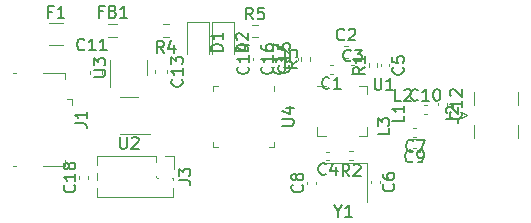
<source format=gto>
%TF.GenerationSoftware,KiCad,Pcbnew,(6.0.0)*%
%TF.CreationDate,2023-01-11T18:06:36+05:30*%
%TF.ProjectId,STM32+Rf,53544d33-322b-4526-962e-6b696361645f,rev?*%
%TF.SameCoordinates,Original*%
%TF.FileFunction,Legend,Top*%
%TF.FilePolarity,Positive*%
%FSLAX46Y46*%
G04 Gerber Fmt 4.6, Leading zero omitted, Abs format (unit mm)*
G04 Created by KiCad (PCBNEW (6.0.0)) date 2023-01-11 18:06:36*
%MOMM*%
%LPD*%
G01*
G04 APERTURE LIST*
%ADD10C,0.150000*%
%ADD11C,0.120000*%
G04 APERTURE END LIST*
D10*
%TO.C,U4*%
X141803980Y-122326304D02*
X142613504Y-122326304D01*
X142708742Y-122278685D01*
X142756361Y-122231066D01*
X142803980Y-122135828D01*
X142803980Y-121945352D01*
X142756361Y-121850114D01*
X142708742Y-121802495D01*
X142613504Y-121754876D01*
X141803980Y-121754876D01*
X142137314Y-120850114D02*
X142803980Y-120850114D01*
X141756361Y-121088209D02*
X142470647Y-121326304D01*
X142470647Y-120707257D01*
%TO.C,Y1*%
X146523809Y-129576190D02*
X146523809Y-130052380D01*
X146190476Y-129052380D02*
X146523809Y-129576190D01*
X146857142Y-129052380D01*
X147714285Y-130052380D02*
X147142857Y-130052380D01*
X147428571Y-130052380D02*
X147428571Y-129052380D01*
X147333333Y-129195238D01*
X147238095Y-129290476D01*
X147142857Y-129338095D01*
%TO.C,U3*%
X125845580Y-118174804D02*
X126655104Y-118174804D01*
X126750342Y-118127185D01*
X126797961Y-118079566D01*
X126845580Y-117984328D01*
X126845580Y-117793852D01*
X126797961Y-117698614D01*
X126750342Y-117650995D01*
X126655104Y-117603376D01*
X125845580Y-117603376D01*
X125845580Y-117222423D02*
X125845580Y-116603376D01*
X126226533Y-116936709D01*
X126226533Y-116793852D01*
X126274152Y-116698614D01*
X126321771Y-116650995D01*
X126417009Y-116603376D01*
X126655104Y-116603376D01*
X126750342Y-116650995D01*
X126797961Y-116698614D01*
X126845580Y-116793852D01*
X126845580Y-117079566D01*
X126797961Y-117174804D01*
X126750342Y-117222423D01*
%TO.C,U2*%
X128075595Y-123302380D02*
X128075595Y-124111904D01*
X128123214Y-124207142D01*
X128170833Y-124254761D01*
X128266071Y-124302380D01*
X128456547Y-124302380D01*
X128551785Y-124254761D01*
X128599404Y-124207142D01*
X128647023Y-124111904D01*
X128647023Y-123302380D01*
X129075595Y-123397619D02*
X129123214Y-123350000D01*
X129218452Y-123302380D01*
X129456547Y-123302380D01*
X129551785Y-123350000D01*
X129599404Y-123397619D01*
X129647023Y-123492857D01*
X129647023Y-123588095D01*
X129599404Y-123730952D01*
X129027976Y-124302380D01*
X129647023Y-124302380D01*
%TO.C,U1*%
X149638095Y-118302380D02*
X149638095Y-119111904D01*
X149685714Y-119207142D01*
X149733333Y-119254761D01*
X149828571Y-119302380D01*
X150019047Y-119302380D01*
X150114285Y-119254761D01*
X150161904Y-119207142D01*
X150209523Y-119111904D01*
X150209523Y-118302380D01*
X151209523Y-119302380D02*
X150638095Y-119302380D01*
X150923809Y-119302380D02*
X150923809Y-118302380D01*
X150828571Y-118445238D01*
X150733333Y-118540476D01*
X150638095Y-118588095D01*
%TO.C,R5*%
X139342333Y-113334180D02*
X139009000Y-112857990D01*
X138770904Y-113334180D02*
X138770904Y-112334180D01*
X139151857Y-112334180D01*
X139247095Y-112381800D01*
X139294714Y-112429419D01*
X139342333Y-112524657D01*
X139342333Y-112667514D01*
X139294714Y-112762752D01*
X139247095Y-112810371D01*
X139151857Y-112857990D01*
X138770904Y-112857990D01*
X140247095Y-112334180D02*
X139770904Y-112334180D01*
X139723285Y-112810371D01*
X139770904Y-112762752D01*
X139866142Y-112715133D01*
X140104238Y-112715133D01*
X140199476Y-112762752D01*
X140247095Y-112810371D01*
X140294714Y-112905609D01*
X140294714Y-113143704D01*
X140247095Y-113238942D01*
X140199476Y-113286561D01*
X140104238Y-113334180D01*
X139866142Y-113334180D01*
X139770904Y-113286561D01*
X139723285Y-113238942D01*
%TO.C,R4*%
X131799533Y-116168780D02*
X131466200Y-115692590D01*
X131228104Y-116168780D02*
X131228104Y-115168780D01*
X131609057Y-115168780D01*
X131704295Y-115216400D01*
X131751914Y-115264019D01*
X131799533Y-115359257D01*
X131799533Y-115502114D01*
X131751914Y-115597352D01*
X131704295Y-115644971D01*
X131609057Y-115692590D01*
X131228104Y-115692590D01*
X132656676Y-115502114D02*
X132656676Y-116168780D01*
X132418580Y-115121161D02*
X132180485Y-115835447D01*
X132799533Y-115835447D01*
%TO.C,R3*%
X143082380Y-116876666D02*
X142606190Y-117210000D01*
X143082380Y-117448095D02*
X142082380Y-117448095D01*
X142082380Y-117067142D01*
X142130000Y-116971904D01*
X142177619Y-116924285D01*
X142272857Y-116876666D01*
X142415714Y-116876666D01*
X142510952Y-116924285D01*
X142558571Y-116971904D01*
X142606190Y-117067142D01*
X142606190Y-117448095D01*
X142082380Y-116543333D02*
X142082380Y-115924285D01*
X142463333Y-116257619D01*
X142463333Y-116114761D01*
X142510952Y-116019523D01*
X142558571Y-115971904D01*
X142653809Y-115924285D01*
X142891904Y-115924285D01*
X142987142Y-115971904D01*
X143034761Y-116019523D01*
X143082380Y-116114761D01*
X143082380Y-116400476D01*
X143034761Y-116495714D01*
X142987142Y-116543333D01*
%TO.C,R2*%
X147493333Y-126609580D02*
X147160000Y-126133390D01*
X146921904Y-126609580D02*
X146921904Y-125609580D01*
X147302857Y-125609580D01*
X147398095Y-125657200D01*
X147445714Y-125704819D01*
X147493333Y-125800057D01*
X147493333Y-125942914D01*
X147445714Y-126038152D01*
X147398095Y-126085771D01*
X147302857Y-126133390D01*
X146921904Y-126133390D01*
X147874285Y-125704819D02*
X147921904Y-125657200D01*
X148017142Y-125609580D01*
X148255238Y-125609580D01*
X148350476Y-125657200D01*
X148398095Y-125704819D01*
X148445714Y-125800057D01*
X148445714Y-125895295D01*
X148398095Y-126038152D01*
X147826666Y-126609580D01*
X148445714Y-126609580D01*
%TO.C,R1*%
X148782380Y-117387666D02*
X148306190Y-117721000D01*
X148782380Y-117959095D02*
X147782380Y-117959095D01*
X147782380Y-117578142D01*
X147830000Y-117482904D01*
X147877619Y-117435285D01*
X147972857Y-117387666D01*
X148115714Y-117387666D01*
X148210952Y-117435285D01*
X148258571Y-117482904D01*
X148306190Y-117578142D01*
X148306190Y-117959095D01*
X148782380Y-116435285D02*
X148782380Y-117006714D01*
X148782380Y-116721000D02*
X147782380Y-116721000D01*
X147925238Y-116816238D01*
X148020476Y-116911476D01*
X148068095Y-117006714D01*
%TO.C,L3*%
X150882380Y-122566666D02*
X150882380Y-123042857D01*
X149882380Y-123042857D01*
X149882380Y-122328571D02*
X149882380Y-121709523D01*
X150263333Y-122042857D01*
X150263333Y-121900000D01*
X150310952Y-121804761D01*
X150358571Y-121757142D01*
X150453809Y-121709523D01*
X150691904Y-121709523D01*
X150787142Y-121757142D01*
X150834761Y-121804761D01*
X150882380Y-121900000D01*
X150882380Y-122185714D01*
X150834761Y-122280952D01*
X150787142Y-122328571D01*
%TO.C,L2*%
X151868333Y-120232380D02*
X151392142Y-120232380D01*
X151392142Y-119232380D01*
X152154047Y-119327619D02*
X152201666Y-119280000D01*
X152296904Y-119232380D01*
X152535000Y-119232380D01*
X152630238Y-119280000D01*
X152677857Y-119327619D01*
X152725476Y-119422857D01*
X152725476Y-119518095D01*
X152677857Y-119660952D01*
X152106428Y-120232380D01*
X152725476Y-120232380D01*
%TO.C,L1*%
X152122380Y-121501666D02*
X152122380Y-121977857D01*
X151122380Y-121977857D01*
X152122380Y-120644523D02*
X152122380Y-121215952D01*
X152122380Y-120930238D02*
X151122380Y-120930238D01*
X151265238Y-121025476D01*
X151360476Y-121120714D01*
X151408095Y-121215952D01*
%TO.C,J3*%
X133047380Y-126968333D02*
X133761666Y-126968333D01*
X133904523Y-127015952D01*
X133999761Y-127111190D01*
X134047380Y-127254047D01*
X134047380Y-127349285D01*
X133047380Y-126587380D02*
X133047380Y-125968333D01*
X133428333Y-126301666D01*
X133428333Y-126158809D01*
X133475952Y-126063571D01*
X133523571Y-126015952D01*
X133618809Y-125968333D01*
X133856904Y-125968333D01*
X133952142Y-126015952D01*
X133999761Y-126063571D01*
X134047380Y-126158809D01*
X134047380Y-126444523D01*
X133999761Y-126539761D01*
X133952142Y-126587380D01*
%TO.C,J2*%
X155702380Y-121733333D02*
X156416666Y-121733333D01*
X156559523Y-121780952D01*
X156654761Y-121876190D01*
X156702380Y-122019047D01*
X156702380Y-122114285D01*
X155797619Y-121304761D02*
X155750000Y-121257142D01*
X155702380Y-121161904D01*
X155702380Y-120923809D01*
X155750000Y-120828571D01*
X155797619Y-120780952D01*
X155892857Y-120733333D01*
X155988095Y-120733333D01*
X156130952Y-120780952D01*
X156702380Y-121352380D01*
X156702380Y-120733333D01*
%TO.C,J1*%
X124252380Y-122151733D02*
X124966666Y-122151733D01*
X125109523Y-122199352D01*
X125204761Y-122294590D01*
X125252380Y-122437447D01*
X125252380Y-122532685D01*
X125252380Y-121151733D02*
X125252380Y-121723161D01*
X125252380Y-121437447D02*
X124252380Y-121437447D01*
X124395238Y-121532685D01*
X124490476Y-121627923D01*
X124538095Y-121723161D01*
%TO.C,FB1*%
X126628166Y-112664971D02*
X126294833Y-112664971D01*
X126294833Y-113188780D02*
X126294833Y-112188780D01*
X126771023Y-112188780D01*
X127485309Y-112664971D02*
X127628166Y-112712590D01*
X127675785Y-112760209D01*
X127723404Y-112855447D01*
X127723404Y-112998304D01*
X127675785Y-113093542D01*
X127628166Y-113141161D01*
X127532928Y-113188780D01*
X127151976Y-113188780D01*
X127151976Y-112188780D01*
X127485309Y-112188780D01*
X127580547Y-112236400D01*
X127628166Y-112284019D01*
X127675785Y-112379257D01*
X127675785Y-112474495D01*
X127628166Y-112569733D01*
X127580547Y-112617352D01*
X127485309Y-112664971D01*
X127151976Y-112664971D01*
X128675785Y-113188780D02*
X128104357Y-113188780D01*
X128390071Y-113188780D02*
X128390071Y-112188780D01*
X128294833Y-112331638D01*
X128199595Y-112426876D01*
X128104357Y-112474495D01*
%TO.C,F1*%
X122320266Y-112674371D02*
X121986933Y-112674371D01*
X121986933Y-113198180D02*
X121986933Y-112198180D01*
X122463123Y-112198180D01*
X123367885Y-113198180D02*
X122796457Y-113198180D01*
X123082171Y-113198180D02*
X123082171Y-112198180D01*
X122986933Y-112341038D01*
X122891695Y-112436276D01*
X122796457Y-112483895D01*
%TO.C,D2*%
X138906780Y-116012795D02*
X137906780Y-116012795D01*
X137906780Y-115774700D01*
X137954400Y-115631842D01*
X138049638Y-115536604D01*
X138144876Y-115488985D01*
X138335352Y-115441366D01*
X138478209Y-115441366D01*
X138668685Y-115488985D01*
X138763923Y-115536604D01*
X138859161Y-115631842D01*
X138906780Y-115774700D01*
X138906780Y-116012795D01*
X138002019Y-115060414D02*
X137954400Y-115012795D01*
X137906780Y-114917557D01*
X137906780Y-114679461D01*
X137954400Y-114584223D01*
X138002019Y-114536604D01*
X138097257Y-114488985D01*
X138192495Y-114488985D01*
X138335352Y-114536604D01*
X138906780Y-115108033D01*
X138906780Y-114488985D01*
%TO.C,D1*%
X136773180Y-115991995D02*
X135773180Y-115991995D01*
X135773180Y-115753900D01*
X135820800Y-115611042D01*
X135916038Y-115515804D01*
X136011276Y-115468185D01*
X136201752Y-115420566D01*
X136344609Y-115420566D01*
X136535085Y-115468185D01*
X136630323Y-115515804D01*
X136725561Y-115611042D01*
X136773180Y-115753900D01*
X136773180Y-115991995D01*
X136773180Y-114468185D02*
X136773180Y-115039614D01*
X136773180Y-114753900D02*
X135773180Y-114753900D01*
X135916038Y-114849138D01*
X136011276Y-114944376D01*
X136058895Y-115039614D01*
%TO.C,C18*%
X124203742Y-127366857D02*
X124251361Y-127414476D01*
X124298980Y-127557333D01*
X124298980Y-127652571D01*
X124251361Y-127795428D01*
X124156123Y-127890666D01*
X124060885Y-127938285D01*
X123870409Y-127985904D01*
X123727552Y-127985904D01*
X123537076Y-127938285D01*
X123441838Y-127890666D01*
X123346600Y-127795428D01*
X123298980Y-127652571D01*
X123298980Y-127557333D01*
X123346600Y-127414476D01*
X123394219Y-127366857D01*
X124298980Y-126414476D02*
X124298980Y-126985904D01*
X124298980Y-126700190D02*
X123298980Y-126700190D01*
X123441838Y-126795428D01*
X123537076Y-126890666D01*
X123584695Y-126985904D01*
X123727552Y-125843047D02*
X123679933Y-125938285D01*
X123632314Y-125985904D01*
X123537076Y-126033523D01*
X123489457Y-126033523D01*
X123394219Y-125985904D01*
X123346600Y-125938285D01*
X123298980Y-125843047D01*
X123298980Y-125652571D01*
X123346600Y-125557333D01*
X123394219Y-125509714D01*
X123489457Y-125462095D01*
X123537076Y-125462095D01*
X123632314Y-125509714D01*
X123679933Y-125557333D01*
X123727552Y-125652571D01*
X123727552Y-125843047D01*
X123775171Y-125938285D01*
X123822790Y-125985904D01*
X123918028Y-126033523D01*
X124108504Y-126033523D01*
X124203742Y-125985904D01*
X124251361Y-125938285D01*
X124298980Y-125843047D01*
X124298980Y-125652571D01*
X124251361Y-125557333D01*
X124203742Y-125509714D01*
X124108504Y-125462095D01*
X123918028Y-125462095D01*
X123822790Y-125509714D01*
X123775171Y-125557333D01*
X123727552Y-125652571D01*
%TO.C,C17*%
X141945142Y-117342857D02*
X141992761Y-117390476D01*
X142040380Y-117533333D01*
X142040380Y-117628571D01*
X141992761Y-117771428D01*
X141897523Y-117866666D01*
X141802285Y-117914285D01*
X141611809Y-117961904D01*
X141468952Y-117961904D01*
X141278476Y-117914285D01*
X141183238Y-117866666D01*
X141088000Y-117771428D01*
X141040380Y-117628571D01*
X141040380Y-117533333D01*
X141088000Y-117390476D01*
X141135619Y-117342857D01*
X142040380Y-116390476D02*
X142040380Y-116961904D01*
X142040380Y-116676190D02*
X141040380Y-116676190D01*
X141183238Y-116771428D01*
X141278476Y-116866666D01*
X141326095Y-116961904D01*
X141040380Y-116057142D02*
X141040380Y-115390476D01*
X142040380Y-115819047D01*
%TO.C,C16*%
X140929142Y-117342857D02*
X140976761Y-117390476D01*
X141024380Y-117533333D01*
X141024380Y-117628571D01*
X140976761Y-117771428D01*
X140881523Y-117866666D01*
X140786285Y-117914285D01*
X140595809Y-117961904D01*
X140452952Y-117961904D01*
X140262476Y-117914285D01*
X140167238Y-117866666D01*
X140072000Y-117771428D01*
X140024380Y-117628571D01*
X140024380Y-117533333D01*
X140072000Y-117390476D01*
X140119619Y-117342857D01*
X141024380Y-116390476D02*
X141024380Y-116961904D01*
X141024380Y-116676190D02*
X140024380Y-116676190D01*
X140167238Y-116771428D01*
X140262476Y-116866666D01*
X140310095Y-116961904D01*
X140024380Y-115533333D02*
X140024380Y-115723809D01*
X140072000Y-115819047D01*
X140119619Y-115866666D01*
X140262476Y-115961904D01*
X140452952Y-116009523D01*
X140833904Y-116009523D01*
X140929142Y-115961904D01*
X140976761Y-115914285D01*
X141024380Y-115819047D01*
X141024380Y-115628571D01*
X140976761Y-115533333D01*
X140929142Y-115485714D01*
X140833904Y-115438095D01*
X140595809Y-115438095D01*
X140500571Y-115485714D01*
X140452952Y-115533333D01*
X140405333Y-115628571D01*
X140405333Y-115819047D01*
X140452952Y-115914285D01*
X140500571Y-115961904D01*
X140595809Y-116009523D01*
%TO.C,C15*%
X142373142Y-117242857D02*
X142420761Y-117290476D01*
X142468380Y-117433333D01*
X142468380Y-117528571D01*
X142420761Y-117671428D01*
X142325523Y-117766666D01*
X142230285Y-117814285D01*
X142039809Y-117861904D01*
X141896952Y-117861904D01*
X141706476Y-117814285D01*
X141611238Y-117766666D01*
X141516000Y-117671428D01*
X141468380Y-117528571D01*
X141468380Y-117433333D01*
X141516000Y-117290476D01*
X141563619Y-117242857D01*
X142468380Y-116290476D02*
X142468380Y-116861904D01*
X142468380Y-116576190D02*
X141468380Y-116576190D01*
X141611238Y-116671428D01*
X141706476Y-116766666D01*
X141754095Y-116861904D01*
X141468380Y-115385714D02*
X141468380Y-115861904D01*
X141944571Y-115909523D01*
X141896952Y-115861904D01*
X141849333Y-115766666D01*
X141849333Y-115528571D01*
X141896952Y-115433333D01*
X141944571Y-115385714D01*
X142039809Y-115338095D01*
X142277904Y-115338095D01*
X142373142Y-115385714D01*
X142420761Y-115433333D01*
X142468380Y-115528571D01*
X142468380Y-115766666D01*
X142420761Y-115861904D01*
X142373142Y-115909523D01*
%TO.C,C14*%
X138897142Y-117342857D02*
X138944761Y-117390476D01*
X138992380Y-117533333D01*
X138992380Y-117628571D01*
X138944761Y-117771428D01*
X138849523Y-117866666D01*
X138754285Y-117914285D01*
X138563809Y-117961904D01*
X138420952Y-117961904D01*
X138230476Y-117914285D01*
X138135238Y-117866666D01*
X138040000Y-117771428D01*
X137992380Y-117628571D01*
X137992380Y-117533333D01*
X138040000Y-117390476D01*
X138087619Y-117342857D01*
X138992380Y-116390476D02*
X138992380Y-116961904D01*
X138992380Y-116676190D02*
X137992380Y-116676190D01*
X138135238Y-116771428D01*
X138230476Y-116866666D01*
X138278095Y-116961904D01*
X138325714Y-115533333D02*
X138992380Y-115533333D01*
X137944761Y-115771428D02*
X138659047Y-116009523D01*
X138659047Y-115390476D01*
%TO.C,C13*%
X133308342Y-118409057D02*
X133355961Y-118456676D01*
X133403580Y-118599533D01*
X133403580Y-118694771D01*
X133355961Y-118837628D01*
X133260723Y-118932866D01*
X133165485Y-118980485D01*
X132975009Y-119028104D01*
X132832152Y-119028104D01*
X132641676Y-118980485D01*
X132546438Y-118932866D01*
X132451200Y-118837628D01*
X132403580Y-118694771D01*
X132403580Y-118599533D01*
X132451200Y-118456676D01*
X132498819Y-118409057D01*
X133403580Y-117456676D02*
X133403580Y-118028104D01*
X133403580Y-117742390D02*
X132403580Y-117742390D01*
X132546438Y-117837628D01*
X132641676Y-117932866D01*
X132689295Y-118028104D01*
X132403580Y-117123342D02*
X132403580Y-116504295D01*
X132784533Y-116837628D01*
X132784533Y-116694771D01*
X132832152Y-116599533D01*
X132879771Y-116551914D01*
X132975009Y-116504295D01*
X133213104Y-116504295D01*
X133308342Y-116551914D01*
X133355961Y-116599533D01*
X133403580Y-116694771D01*
X133403580Y-116980485D01*
X133355961Y-117075723D01*
X133308342Y-117123342D01*
%TO.C,C12*%
X156917142Y-121162857D02*
X156964761Y-121210476D01*
X157012380Y-121353333D01*
X157012380Y-121448571D01*
X156964761Y-121591428D01*
X156869523Y-121686666D01*
X156774285Y-121734285D01*
X156583809Y-121781904D01*
X156440952Y-121781904D01*
X156250476Y-121734285D01*
X156155238Y-121686666D01*
X156060000Y-121591428D01*
X156012380Y-121448571D01*
X156012380Y-121353333D01*
X156060000Y-121210476D01*
X156107619Y-121162857D01*
X157012380Y-120210476D02*
X157012380Y-120781904D01*
X157012380Y-120496190D02*
X156012380Y-120496190D01*
X156155238Y-120591428D01*
X156250476Y-120686666D01*
X156298095Y-120781904D01*
X156107619Y-119829523D02*
X156060000Y-119781904D01*
X156012380Y-119686666D01*
X156012380Y-119448571D01*
X156060000Y-119353333D01*
X156107619Y-119305714D01*
X156202857Y-119258095D01*
X156298095Y-119258095D01*
X156440952Y-119305714D01*
X157012380Y-119877142D01*
X157012380Y-119258095D01*
%TO.C,C11*%
X125061742Y-115875142D02*
X125014123Y-115922761D01*
X124871266Y-115970380D01*
X124776028Y-115970380D01*
X124633171Y-115922761D01*
X124537933Y-115827523D01*
X124490314Y-115732285D01*
X124442695Y-115541809D01*
X124442695Y-115398952D01*
X124490314Y-115208476D01*
X124537933Y-115113238D01*
X124633171Y-115018000D01*
X124776028Y-114970380D01*
X124871266Y-114970380D01*
X125014123Y-115018000D01*
X125061742Y-115065619D01*
X126014123Y-115970380D02*
X125442695Y-115970380D01*
X125728409Y-115970380D02*
X125728409Y-114970380D01*
X125633171Y-115113238D01*
X125537933Y-115208476D01*
X125442695Y-115256095D01*
X126966504Y-115970380D02*
X126395076Y-115970380D01*
X126680790Y-115970380D02*
X126680790Y-114970380D01*
X126585552Y-115113238D01*
X126490314Y-115208476D01*
X126395076Y-115256095D01*
%TO.C,C10*%
X153287142Y-120147142D02*
X153239523Y-120194761D01*
X153096666Y-120242380D01*
X153001428Y-120242380D01*
X152858571Y-120194761D01*
X152763333Y-120099523D01*
X152715714Y-120004285D01*
X152668095Y-119813809D01*
X152668095Y-119670952D01*
X152715714Y-119480476D01*
X152763333Y-119385238D01*
X152858571Y-119290000D01*
X153001428Y-119242380D01*
X153096666Y-119242380D01*
X153239523Y-119290000D01*
X153287142Y-119337619D01*
X154239523Y-120242380D02*
X153668095Y-120242380D01*
X153953809Y-120242380D02*
X153953809Y-119242380D01*
X153858571Y-119385238D01*
X153763333Y-119480476D01*
X153668095Y-119528095D01*
X154858571Y-119242380D02*
X154953809Y-119242380D01*
X155049047Y-119290000D01*
X155096666Y-119337619D01*
X155144285Y-119432857D01*
X155191904Y-119623333D01*
X155191904Y-119861428D01*
X155144285Y-120051904D01*
X155096666Y-120147142D01*
X155049047Y-120194761D01*
X154953809Y-120242380D01*
X154858571Y-120242380D01*
X154763333Y-120194761D01*
X154715714Y-120147142D01*
X154668095Y-120051904D01*
X154620476Y-119861428D01*
X154620476Y-119623333D01*
X154668095Y-119432857D01*
X154715714Y-119337619D01*
X154763333Y-119290000D01*
X154858571Y-119242380D01*
%TO.C,C9*%
X152849933Y-125334342D02*
X152802314Y-125381961D01*
X152659457Y-125429580D01*
X152564219Y-125429580D01*
X152421361Y-125381961D01*
X152326123Y-125286723D01*
X152278504Y-125191485D01*
X152230885Y-125001009D01*
X152230885Y-124858152D01*
X152278504Y-124667676D01*
X152326123Y-124572438D01*
X152421361Y-124477200D01*
X152564219Y-124429580D01*
X152659457Y-124429580D01*
X152802314Y-124477200D01*
X152849933Y-124524819D01*
X153326123Y-125429580D02*
X153516600Y-125429580D01*
X153611838Y-125381961D01*
X153659457Y-125334342D01*
X153754695Y-125191485D01*
X153802314Y-125001009D01*
X153802314Y-124620057D01*
X153754695Y-124524819D01*
X153707076Y-124477200D01*
X153611838Y-124429580D01*
X153421361Y-124429580D01*
X153326123Y-124477200D01*
X153278504Y-124524819D01*
X153230885Y-124620057D01*
X153230885Y-124858152D01*
X153278504Y-124953390D01*
X153326123Y-125001009D01*
X153421361Y-125048628D01*
X153611838Y-125048628D01*
X153707076Y-125001009D01*
X153754695Y-124953390D01*
X153802314Y-124858152D01*
%TO.C,C8*%
X143497142Y-127346666D02*
X143544761Y-127394285D01*
X143592380Y-127537142D01*
X143592380Y-127632380D01*
X143544761Y-127775238D01*
X143449523Y-127870476D01*
X143354285Y-127918095D01*
X143163809Y-127965714D01*
X143020952Y-127965714D01*
X142830476Y-127918095D01*
X142735238Y-127870476D01*
X142640000Y-127775238D01*
X142592380Y-127632380D01*
X142592380Y-127537142D01*
X142640000Y-127394285D01*
X142687619Y-127346666D01*
X143020952Y-126775238D02*
X142973333Y-126870476D01*
X142925714Y-126918095D01*
X142830476Y-126965714D01*
X142782857Y-126965714D01*
X142687619Y-126918095D01*
X142640000Y-126870476D01*
X142592380Y-126775238D01*
X142592380Y-126584761D01*
X142640000Y-126489523D01*
X142687619Y-126441904D01*
X142782857Y-126394285D01*
X142830476Y-126394285D01*
X142925714Y-126441904D01*
X142973333Y-126489523D01*
X143020952Y-126584761D01*
X143020952Y-126775238D01*
X143068571Y-126870476D01*
X143116190Y-126918095D01*
X143211428Y-126965714D01*
X143401904Y-126965714D01*
X143497142Y-126918095D01*
X143544761Y-126870476D01*
X143592380Y-126775238D01*
X143592380Y-126584761D01*
X143544761Y-126489523D01*
X143497142Y-126441904D01*
X143401904Y-126394285D01*
X143211428Y-126394285D01*
X143116190Y-126441904D01*
X143068571Y-126489523D01*
X143020952Y-126584761D01*
%TO.C,C7*%
X152919933Y-124444342D02*
X152872314Y-124491961D01*
X152729457Y-124539580D01*
X152634219Y-124539580D01*
X152491361Y-124491961D01*
X152396123Y-124396723D01*
X152348504Y-124301485D01*
X152300885Y-124111009D01*
X152300885Y-123968152D01*
X152348504Y-123777676D01*
X152396123Y-123682438D01*
X152491361Y-123587200D01*
X152634219Y-123539580D01*
X152729457Y-123539580D01*
X152872314Y-123587200D01*
X152919933Y-123634819D01*
X153253266Y-123539580D02*
X153919933Y-123539580D01*
X153491361Y-124539580D01*
%TO.C,C6*%
X151217142Y-127286666D02*
X151264761Y-127334285D01*
X151312380Y-127477142D01*
X151312380Y-127572380D01*
X151264761Y-127715238D01*
X151169523Y-127810476D01*
X151074285Y-127858095D01*
X150883809Y-127905714D01*
X150740952Y-127905714D01*
X150550476Y-127858095D01*
X150455238Y-127810476D01*
X150360000Y-127715238D01*
X150312380Y-127572380D01*
X150312380Y-127477142D01*
X150360000Y-127334285D01*
X150407619Y-127286666D01*
X150312380Y-126429523D02*
X150312380Y-126620000D01*
X150360000Y-126715238D01*
X150407619Y-126762857D01*
X150550476Y-126858095D01*
X150740952Y-126905714D01*
X151121904Y-126905714D01*
X151217142Y-126858095D01*
X151264761Y-126810476D01*
X151312380Y-126715238D01*
X151312380Y-126524761D01*
X151264761Y-126429523D01*
X151217142Y-126381904D01*
X151121904Y-126334285D01*
X150883809Y-126334285D01*
X150788571Y-126381904D01*
X150740952Y-126429523D01*
X150693333Y-126524761D01*
X150693333Y-126715238D01*
X150740952Y-126810476D01*
X150788571Y-126858095D01*
X150883809Y-126905714D01*
%TO.C,C5*%
X152017142Y-117386666D02*
X152064761Y-117434285D01*
X152112380Y-117577142D01*
X152112380Y-117672380D01*
X152064761Y-117815238D01*
X151969523Y-117910476D01*
X151874285Y-117958095D01*
X151683809Y-118005714D01*
X151540952Y-118005714D01*
X151350476Y-117958095D01*
X151255238Y-117910476D01*
X151160000Y-117815238D01*
X151112380Y-117672380D01*
X151112380Y-117577142D01*
X151160000Y-117434285D01*
X151207619Y-117386666D01*
X151112380Y-116481904D02*
X151112380Y-116958095D01*
X151588571Y-117005714D01*
X151540952Y-116958095D01*
X151493333Y-116862857D01*
X151493333Y-116624761D01*
X151540952Y-116529523D01*
X151588571Y-116481904D01*
X151683809Y-116434285D01*
X151921904Y-116434285D01*
X152017142Y-116481904D01*
X152064761Y-116529523D01*
X152112380Y-116624761D01*
X152112380Y-116862857D01*
X152064761Y-116958095D01*
X152017142Y-117005714D01*
%TO.C,C4*%
X145503333Y-126417142D02*
X145455714Y-126464761D01*
X145312857Y-126512380D01*
X145217619Y-126512380D01*
X145074761Y-126464761D01*
X144979523Y-126369523D01*
X144931904Y-126274285D01*
X144884285Y-126083809D01*
X144884285Y-125940952D01*
X144931904Y-125750476D01*
X144979523Y-125655238D01*
X145074761Y-125560000D01*
X145217619Y-125512380D01*
X145312857Y-125512380D01*
X145455714Y-125560000D01*
X145503333Y-125607619D01*
X146360476Y-125845714D02*
X146360476Y-126512380D01*
X146122380Y-125464761D02*
X145884285Y-126179047D01*
X146503333Y-126179047D01*
%TO.C,C3*%
X147613333Y-116797142D02*
X147565714Y-116844761D01*
X147422857Y-116892380D01*
X147327619Y-116892380D01*
X147184761Y-116844761D01*
X147089523Y-116749523D01*
X147041904Y-116654285D01*
X146994285Y-116463809D01*
X146994285Y-116320952D01*
X147041904Y-116130476D01*
X147089523Y-116035238D01*
X147184761Y-115940000D01*
X147327619Y-115892380D01*
X147422857Y-115892380D01*
X147565714Y-115940000D01*
X147613333Y-115987619D01*
X147946666Y-115892380D02*
X148565714Y-115892380D01*
X148232380Y-116273333D01*
X148375238Y-116273333D01*
X148470476Y-116320952D01*
X148518095Y-116368571D01*
X148565714Y-116463809D01*
X148565714Y-116701904D01*
X148518095Y-116797142D01*
X148470476Y-116844761D01*
X148375238Y-116892380D01*
X148089523Y-116892380D01*
X147994285Y-116844761D01*
X147946666Y-116797142D01*
%TO.C,C2*%
X147058333Y-115027142D02*
X147010714Y-115074761D01*
X146867857Y-115122380D01*
X146772619Y-115122380D01*
X146629761Y-115074761D01*
X146534523Y-114979523D01*
X146486904Y-114884285D01*
X146439285Y-114693809D01*
X146439285Y-114550952D01*
X146486904Y-114360476D01*
X146534523Y-114265238D01*
X146629761Y-114170000D01*
X146772619Y-114122380D01*
X146867857Y-114122380D01*
X147010714Y-114170000D01*
X147058333Y-114217619D01*
X147439285Y-114217619D02*
X147486904Y-114170000D01*
X147582142Y-114122380D01*
X147820238Y-114122380D01*
X147915476Y-114170000D01*
X147963095Y-114217619D01*
X148010714Y-114312857D01*
X148010714Y-114408095D01*
X147963095Y-114550952D01*
X147391666Y-115122380D01*
X148010714Y-115122380D01*
%TO.C,C1*%
X145813333Y-119117142D02*
X145765714Y-119164761D01*
X145622857Y-119212380D01*
X145527619Y-119212380D01*
X145384761Y-119164761D01*
X145289523Y-119069523D01*
X145241904Y-118974285D01*
X145194285Y-118783809D01*
X145194285Y-118640952D01*
X145241904Y-118450476D01*
X145289523Y-118355238D01*
X145384761Y-118260000D01*
X145527619Y-118212380D01*
X145622857Y-118212380D01*
X145765714Y-118260000D01*
X145813333Y-118307619D01*
X146765714Y-119212380D02*
X146194285Y-119212380D01*
X146480000Y-119212380D02*
X146480000Y-118212380D01*
X146384761Y-118355238D01*
X146289523Y-118450476D01*
X146194285Y-118498095D01*
D11*
%TO.C,U4*%
X141141600Y-123699400D02*
X141141600Y-124174400D01*
X141141600Y-124174400D02*
X140666600Y-124174400D01*
X135921600Y-119429400D02*
X135921600Y-118954400D01*
X135921600Y-118954400D02*
X136396600Y-118954400D01*
X135921600Y-123699400D02*
X135921600Y-124174400D01*
X135921600Y-124174400D02*
X136396600Y-124174400D01*
X141141600Y-119429400D02*
X141141600Y-118954400D01*
%TO.C,Y1*%
X149000000Y-128800000D02*
X149000000Y-125500000D01*
X149000000Y-125500000D02*
X145000000Y-125500000D01*
%TO.C,U3*%
X130353200Y-117412900D02*
X130353200Y-116762900D01*
X130353200Y-117412900D02*
X130353200Y-118062900D01*
X127233200Y-117412900D02*
X127233200Y-116762900D01*
X127233200Y-117412900D02*
X127233200Y-119087900D01*
%TO.C,U2*%
X128837500Y-119890000D02*
X128037500Y-119890000D01*
X128837500Y-119890000D02*
X129637500Y-119890000D01*
X128837500Y-123010000D02*
X128037500Y-123010000D01*
X128837500Y-123010000D02*
X130637500Y-123010000D01*
%TO.C,U1*%
X148273200Y-118971800D02*
X148998200Y-118971800D01*
X148998200Y-118971800D02*
X148998200Y-119696800D01*
X145503200Y-123191800D02*
X144778200Y-123191800D01*
X144778200Y-123191800D02*
X144778200Y-122466800D01*
X148273200Y-123191800D02*
X148998200Y-123191800D01*
X148998200Y-123191800D02*
X148998200Y-122466800D01*
X145503200Y-118971800D02*
X144778200Y-118971800D01*
%TO.C,R5*%
X139271742Y-113789300D02*
X139746258Y-113789300D01*
X139271742Y-114834300D02*
X139746258Y-114834300D01*
%TO.C,R4*%
X132203458Y-114808900D02*
X131728942Y-114808900D01*
X132203458Y-113763900D02*
X131728942Y-113763900D01*
%TO.C,R3*%
X143420000Y-116863641D02*
X143420000Y-116556359D01*
X144180000Y-116863641D02*
X144180000Y-116556359D01*
%TO.C,R2*%
X147813641Y-125280000D02*
X147506359Y-125280000D01*
X147813641Y-124520000D02*
X147506359Y-124520000D01*
%TO.C,R1*%
X149120000Y-117374641D02*
X149120000Y-117067359D01*
X149880000Y-117374641D02*
X149880000Y-117067359D01*
%TO.C,J3*%
X126125000Y-124870000D02*
X126125000Y-125692470D01*
X126125000Y-127577530D02*
X126125000Y-128400000D01*
X126125000Y-126307530D02*
X126125000Y-126962470D01*
X131140000Y-124870000D02*
X126125000Y-124870000D01*
X132595000Y-128400000D02*
X126125000Y-128400000D01*
X131140000Y-124870000D02*
X131140000Y-125436529D01*
X131140000Y-126563471D02*
X131140000Y-126706529D01*
X131193471Y-126760000D02*
X131336529Y-126760000D01*
X132463471Y-126760000D02*
X132595000Y-126760000D01*
X132595000Y-126760000D02*
X132595000Y-126962470D01*
X132595000Y-127577530D02*
X132595000Y-128400000D01*
X131900000Y-124870000D02*
X132660000Y-124870000D01*
X132660000Y-124870000D02*
X132660000Y-126000000D01*
%TO.C,J2*%
X156990000Y-121650000D02*
X157490000Y-121400000D01*
X156990000Y-121150000D02*
X156990000Y-121650000D01*
X157490000Y-121400000D02*
X156990000Y-121150000D01*
X161750000Y-123350000D02*
X161750000Y-122240000D01*
X161750000Y-120560000D02*
X161750000Y-119450000D01*
X158040000Y-123350000D02*
X158040000Y-122240000D01*
X158040000Y-120560000D02*
X158040000Y-119450000D01*
%TO.C,J1*%
X123450000Y-117918400D02*
X123450000Y-118368400D01*
X121600000Y-117918400D02*
X123450000Y-117918400D01*
X119050000Y-125718400D02*
X119300000Y-125718400D01*
X119050000Y-117918400D02*
X119300000Y-117918400D01*
X121600000Y-125718400D02*
X123450000Y-125718400D01*
X123450000Y-125718400D02*
X123450000Y-125268400D01*
X124000000Y-120118400D02*
X124000000Y-120568400D01*
X124000000Y-120118400D02*
X123550000Y-120118400D01*
%TO.C,FB1*%
X127061878Y-113726400D02*
X127861122Y-113726400D01*
X127061878Y-114846400D02*
X127861122Y-114846400D01*
%TO.C,F1*%
X122051536Y-113655800D02*
X123255664Y-113655800D01*
X122051536Y-115475800D02*
X123255664Y-115475800D01*
%TO.C,D2*%
X137764400Y-116274700D02*
X137764400Y-113589700D01*
X137764400Y-113589700D02*
X135844400Y-113589700D01*
X135844400Y-113589700D02*
X135844400Y-116274700D01*
%TO.C,D1*%
X135630800Y-116253900D02*
X135630800Y-113568900D01*
X135630800Y-113568900D02*
X133710800Y-113568900D01*
X133710800Y-113568900D02*
X133710800Y-116253900D01*
%TO.C,C18*%
X124646600Y-126831836D02*
X124646600Y-126616164D01*
X125366600Y-126831836D02*
X125366600Y-126616164D01*
%TO.C,C17*%
X142388000Y-116807836D02*
X142388000Y-116592164D01*
X143108000Y-116807836D02*
X143108000Y-116592164D01*
%TO.C,C16*%
X141372000Y-116807836D02*
X141372000Y-116592164D01*
X142092000Y-116807836D02*
X142092000Y-116592164D01*
%TO.C,C15*%
X140356000Y-116807836D02*
X140356000Y-116592164D01*
X141076000Y-116807836D02*
X141076000Y-116592164D01*
%TO.C,C14*%
X139340000Y-116807836D02*
X139340000Y-116592164D01*
X140060000Y-116807836D02*
X140060000Y-116592164D01*
%TO.C,C13*%
X132031200Y-117625620D02*
X132031200Y-117906780D01*
X131011200Y-117625620D02*
X131011200Y-117906780D01*
%TO.C,C12*%
X155760000Y-120412164D02*
X155760000Y-120627836D01*
X155040000Y-120412164D02*
X155040000Y-120627836D01*
%TO.C,C11*%
X126595600Y-117688820D02*
X126595600Y-117969980D01*
X125575600Y-117688820D02*
X125575600Y-117969980D01*
%TO.C,C10*%
X153822164Y-120590000D02*
X154037836Y-120590000D01*
X153822164Y-121310000D02*
X154037836Y-121310000D01*
%TO.C,C9*%
X153137836Y-124210000D02*
X152922164Y-124210000D01*
X153137836Y-123490000D02*
X152922164Y-123490000D01*
%TO.C,C8*%
X143940000Y-127287836D02*
X143940000Y-127072164D01*
X144660000Y-127287836D02*
X144660000Y-127072164D01*
%TO.C,C7*%
X153137836Y-123260000D02*
X152922164Y-123260000D01*
X153137836Y-122540000D02*
X152922164Y-122540000D01*
%TO.C,C6*%
X150060000Y-127012164D02*
X150060000Y-127227836D01*
X149340000Y-127012164D02*
X149340000Y-127227836D01*
%TO.C,C5*%
X150860000Y-117112164D02*
X150860000Y-117327836D01*
X150140000Y-117112164D02*
X150140000Y-117327836D01*
%TO.C,C4*%
X145777836Y-125260000D02*
X145562164Y-125260000D01*
X145777836Y-124540000D02*
X145562164Y-124540000D01*
%TO.C,C3*%
X147672164Y-117240000D02*
X147887836Y-117240000D01*
X147672164Y-117960000D02*
X147887836Y-117960000D01*
%TO.C,C2*%
X147084420Y-115590000D02*
X147365580Y-115590000D01*
X147084420Y-116610000D02*
X147365580Y-116610000D01*
%TO.C,C1*%
X146087836Y-117960000D02*
X145872164Y-117960000D01*
X146087836Y-117240000D02*
X145872164Y-117240000D01*
%TD*%
M02*

</source>
